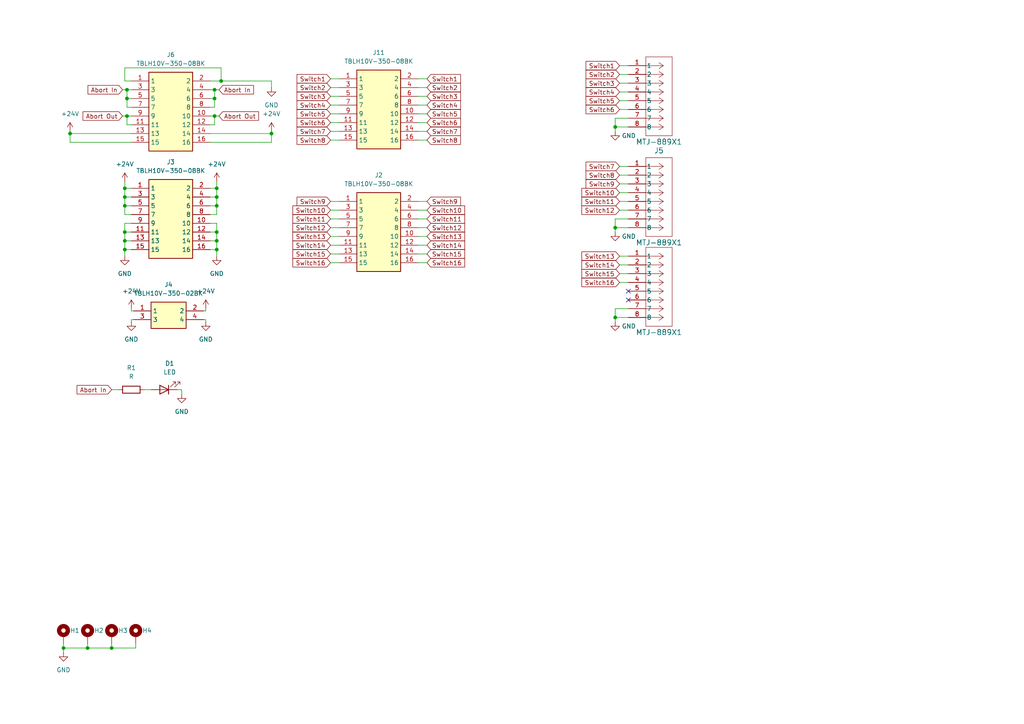
<source format=kicad_sch>
(kicad_sch (version 20230121) (generator eeschema)
  (paper "A4")
  (lib_symbols
    (symbol "Device:LED" (pin_numbers hide) (pin_names (offset 1.016) hide)
      (property "Reference" "D" (at 0 2.54 0))
      (property "Value" "LED" (at 0 -2.54 0))
      (symbol "LED_0_1"
        (polyline (pts (xy -1.27 -1.27) (xy -1.27 1.27)) (stroke (width 0.254)))
        (polyline (pts (xy -1.27 0) (xy 1.27 0)))
        (polyline (pts (xy 1.27 -1.27) (xy 1.27 1.27) (xy -1.27 0) (xy 1.27 -1.27)) (stroke (width 0.254)))
        (polyline (pts (xy -3.048 -0.762) (xy -4.572 -2.286) (xy -3.81 -2.286) (xy -4.572 -2.286) (xy -4.572 -1.524)))
        (polyline (pts (xy -1.778 -0.762) (xy -3.302 -2.286) (xy -2.54 -2.286) (xy -3.302 -2.286) (xy -3.302 -1.524)))
      )
      (symbol "LED_1_1"
        (pin passive line (at -3.81 0 0) (length 2.54) (name "K") (number "1"))
        (pin passive line (at 3.81 0 180) (length 2.54) (name "A") (number "2"))
      )
    )
    (symbol "Device:R" (pin_numbers hide) (pin_names (offset 0))
      (property "Reference" "R" (at 2.032 0 90))
      (property "Value" "R" (at 0 0 90))
      (symbol "R_0_1"
        (rectangle (start -1.016 -2.54) (end 1.016 2.54) (stroke (width 0.254)))
      )
      (symbol "R_1_1"
        (pin passive line (at 0 3.81 270) (length 1.27) (name "~") (number "1"))
        (pin passive line (at 0 -3.81 90) (length 1.27) (name "~") (number "2"))
      )
    )
    (symbol "EthernetConn:MTJ-889X1" (pin_names (offset 0.254))
      (property "Reference" "J" (at 8.89 6.35 0))
      (property "Value" "MTJ-889X1" (at 0 0 0))
      (symbol "MTJ-889X1_1_1"
        (polyline (pts (xy 5.08 -20.32) (xy 12.7 -20.32)) (stroke (width 0.127)))
        (polyline (pts (xy 5.08 2.54) (xy 5.08 -20.32)) (stroke (width 0.127)))
        (polyline (pts (xy 10.16 -17.78) (xy 5.08 -17.78)) (stroke (width 0.127)))
        (polyline (pts (xy 10.16 -17.78) (xy 8.89 -18.6267)) (stroke (width 0.127)))
        (polyline (pts (xy 10.16 -17.78) (xy 8.89 -16.9333)) (stroke (width 0.127)))
        (polyline (pts (xy 10.16 -15.24) (xy 5.08 -15.24)) (stroke (width 0.127)))
        (polyline (pts (xy 10.16 -15.24) (xy 8.89 -16.0867)) (stroke (width 0.127)))
        (polyline (pts (xy 10.16 -15.24) (xy 8.89 -14.3933)) (stroke (width 0.127)))
        (polyline (pts (xy 10.16 -12.7) (xy 5.08 -12.7)) (stroke (width 0.127)))
        (polyline (pts (xy 10.16 -12.7) (xy 8.89 -13.5467)) (stroke (width 0.127)))
        (polyline (pts (xy 10.16 -12.7) (xy 8.89 -11.8533)) (stroke (width 0.127)))
        (polyline (pts (xy 10.16 -10.16) (xy 5.08 -10.16)) (stroke (width 0.127)))
        (polyline (pts (xy 10.16 -10.16) (xy 8.89 -11.0067)) (stroke (width 0.127)))
        (polyline (pts (xy 10.16 -10.16) (xy 8.89 -9.3133)) (stroke (width 0.127)))
        (polyline (pts (xy 10.16 -7.62) (xy 5.08 -7.62)) (stroke (width 0.127)))
        (polyline (pts (xy 10.16 -7.62) (xy 8.89 -8.4667)) (stroke (width 0.127)))
        (polyline (pts (xy 10.16 -7.62) (xy 8.89 -6.7733)) (stroke (width 0.127)))
        (polyline (pts (xy 10.16 -5.08) (xy 5.08 -5.08)) (stroke (width 0.127)))
        (polyline (pts (xy 10.16 -5.08) (xy 8.89 -5.9267)) (stroke (width 0.127)))
        (polyline (pts (xy 10.16 -5.08) (xy 8.89 -4.2333)) (stroke (width 0.127)))
        (polyline (pts (xy 10.16 -2.54) (xy 5.08 -2.54)) (stroke (width 0.127)))
        (polyline (pts (xy 10.16 -2.54) (xy 8.89 -3.3867)) (stroke (width 0.127)))
        (polyline (pts (xy 10.16 -2.54) (xy 8.89 -1.6933)) (stroke (width 0.127)))
        (polyline (pts (xy 10.16 0) (xy 5.08 0)) (stroke (width 0.127)))
        (polyline (pts (xy 10.16 0) (xy 8.89 -0.8467)) (stroke (width 0.127)))
        (polyline (pts (xy 10.16 0) (xy 8.89 0.8467)) (stroke (width 0.127)))
        (polyline (pts (xy 12.7 -20.32) (xy 12.7 2.54)) (stroke (width 0.127)))
        (polyline (pts (xy 12.7 2.54) (xy 5.08 2.54)) (stroke (width 0.127)))
        (pin unspecified line (at 0 0 0) (length 5.08) (name "1") (number "1"))
        (pin unspecified line (at 0 -2.54 0) (length 5.08) (name "2") (number "2"))
        (pin unspecified line (at 0 -5.08 0) (length 5.08) (name "3") (number "3"))
        (pin unspecified line (at 0 -7.62 0) (length 5.08) (name "4") (number "4"))
        (pin unspecified line (at 0 -10.16 0) (length 5.08) (name "5") (number "5"))
        (pin unspecified line (at 0 -12.7 0) (length 5.08) (name "6") (number "6"))
        (pin unspecified line (at 0 -15.24 0) (length 5.08) (name "7") (number "7"))
        (pin unspecified line (at 0 -17.78 0) (length 5.08) (name "8") (number "8"))
      )
      (symbol "MTJ-889X1_1_2"
        (polyline (pts (xy 5.08 -20.32) (xy 12.7 -20.32)) (stroke (width 0.127)))
        (polyline (pts (xy 5.08 2.54) (xy 5.08 -20.32)) (stroke (width 0.127)))
        (polyline (pts (xy 7.62 -17.78) (xy 5.08 -17.78)) (stroke (width 0.127)))
        (polyline (pts (xy 7.62 -17.78) (xy 8.89 -18.6267)) (stroke (width 0.127)))
        (polyline (pts (xy 7.62 -17.78) (xy 8.89 -16.9333)) (stroke (width 0.127)))
        (polyline (pts (xy 7.62 -15.24) (xy 5.08 -15.24)) (stroke (width 0.127)))
        (polyline (pts (xy 7.62 -15.24) (xy 8.89 -16.0867)) (stroke (width 0.127)))
        (polyline (pts (xy 7.62 -15.24) (xy 8.89 -14.3933)) (stroke (width 0.127)))
        (polyline (pts (xy 7.62 -12.7) (xy 5.08 -12.7)) (stroke (width 0.127)))
        (polyline (pts (xy 7.62 -12.7) (xy 8.89 -13.5467)) (stroke (width 0.127)))
        (polyline (pts (xy 7.62 -12.7) (xy 8.89 -11.8533)) (stroke (width 0.127)))
        (polyline (pts (xy 7.62 -10.16) (xy 5.08 -10.16)) (stroke (width 0.127)))
        (polyline (pts (xy 7.62 -10.16) (xy 8.89 -11.0067)) (stroke (width 0.127)))
        (polyline (pts (xy 7.62 -10.16) (xy 8.89 -9.3133)) (stroke (width 0.127)))
        (polyline (pts (xy 7.62 -7.62) (xy 5.08 -7.62)) (stroke (width 0.127)))
        (polyline (pts (xy 7.62 -7.62) (xy 8.89 -8.4667)) (stroke (width 0.127)))
        (polyline (pts (xy 7.62 -7.62) (xy 8.89 -6.7733)) (stroke (width 0.127)))
        (polyline (pts (xy 7.62 -5.08) (xy 5.08 -5.08)) (stroke (width 0.127)))
        (polyline (pts (xy 7.62 -5.08) (xy 8.89 -5.9267)) (stroke (width 0.127)))
        (polyline (pts (xy 7.62 -5.08) (xy 8.89 -4.2333)) (stroke (width 0.127)))
        (polyline (pts (xy 7.62 -2.54) (xy 5.08 -2.54)) (stroke (width 0.127)))
        (polyline (pts (xy 7.62 -2.54) (xy 8.89 -3.3867)) (stroke (width 0.127)))
        (polyline (pts (xy 7.62 -2.54) (xy 8.89 -1.6933)) (stroke (width 0.127)))
        (polyline (pts (xy 7.62 0) (xy 5.08 0)) (stroke (width 0.127)))
        (polyline (pts (xy 7.62 0) (xy 8.89 -0.8467)) (stroke (width 0.127)))
        (polyline (pts (xy 7.62 0) (xy 8.89 0.8467)) (stroke (width 0.127)))
        (polyline (pts (xy 12.7 -20.32) (xy 12.7 2.54)) (stroke (width 0.127)))
        (polyline (pts (xy 12.7 2.54) (xy 5.08 2.54)) (stroke (width 0.127)))
        (pin unspecified line (at 0 0 0) (length 5.08) (name "1") (number "1"))
        (pin unspecified line (at 0 -2.54 0) (length 5.08) (name "2") (number "2"))
        (pin unspecified line (at 0 -5.08 0) (length 5.08) (name "3") (number "3"))
        (pin unspecified line (at 0 -7.62 0) (length 5.08) (name "4") (number "4"))
        (pin unspecified line (at 0 -10.16 0) (length 5.08) (name "5") (number "5"))
        (pin unspecified line (at 0 -12.7 0) (length 5.08) (name "6") (number "6"))
        (pin unspecified line (at 0 -15.24 0) (length 5.08) (name "7") (number "7"))
        (pin unspecified line (at 0 -17.78 0) (length 5.08) (name "8") (number "8"))
      )
    )
    (symbol "Mechanical:MountingHole_Pad" (pin_numbers hide) (pin_names (offset 1.016) hide)
      (property "Reference" "H" (at 0 6.35 0))
      (property "Value" "MountingHole_Pad" (at 0 4.445 0))
      (symbol "MountingHole_Pad_0_1"
        (circle (center 0 1.27) (radius 1.27) (stroke (width 1.27)))
      )
      (symbol "MountingHole_Pad_1_1"
        (pin input line (at 0 -2.54 90) (length 2.54) (name "1") (number "1"))
      )
    )
    (symbol "TBLH10V-350-02BK:TBLH10V-350-02BK"
      (property "Reference" "J" (at 16.51 7.62 0))
      (property "Value" "TBLH10V-350-02BK" (at 16.51 5.08 0))
      (symbol "TBLH10V-350-02BK_1_1"
        (rectangle (start 5.08 2.54) (end 15.24 -5.08) (stroke (width 0.254)) (fill (type background)))
        (pin passive line (at 0 0 0) (length 5.08) (name "1") (number "1"))
        (pin passive line (at 20.32 0 180) (length 5.08) (name "2") (number "2"))
        (pin passive line (at 0 -2.54 0) (length 5.08) (name "3") (number "3"))
        (pin passive line (at 20.32 -2.54 180) (length 5.08) (name "4") (number "4"))
      )
    )
    (symbol "TBLH10V-350-08BK:TBLH10V-350-08BK"
      (property "Reference" "J" (at 19.05 7.62 0))
      (property "Value" "TBLH10V-350-08BK" (at 19.05 5.08 0))
      (symbol "TBLH10V-350-08BK_1_1"
        (rectangle (start 5.08 2.54) (end 17.78 -20.32) (stroke (width 0.254)) (fill (type background)))
        (pin passive line (at 0 0 0) (length 5.08) (name "1") (number "1"))
        (pin passive line (at 22.86 -10.16 180) (length 5.08) (name "10") (number "10"))
        (pin passive line (at 0 -12.7 0) (length 5.08) (name "11") (number "11"))
        (pin passive line (at 22.86 -12.7 180) (length 5.08) (name "12") (number "12"))
        (pin passive line (at 0 -15.24 0) (length 5.08) (name "13") (number "13"))
        (pin passive line (at 22.86 -15.24 180) (length 5.08) (name "14") (number "14"))
        (pin passive line (at 0 -17.78 0) (length 5.08) (name "15") (number "15"))
        (pin passive line (at 22.86 -17.78 180) (length 5.08) (name "16") (number "16"))
        (pin passive line (at 22.86 0 180) (length 5.08) (name "2") (number "2"))
        (pin passive line (at 0 -2.54 0) (length 5.08) (name "3") (number "3"))
        (pin passive line (at 22.86 -2.54 180) (length 5.08) (name "4") (number "4"))
        (pin passive line (at 0 -5.08 0) (length 5.08) (name "5") (number "5"))
        (pin passive line (at 22.86 -5.08 180) (length 5.08) (name "6") (number "6"))
        (pin passive line (at 0 -7.62 0) (length 5.08) (name "7") (number "7"))
        (pin passive line (at 22.86 -7.62 180) (length 5.08) (name "8") (number "8"))
        (pin passive line (at 0 -10.16 0) (length 5.08) (name "9") (number "9"))
      )
    )
    (symbol "power:+24V" (power) (pin_names (offset 0))
      (property "Value" "+24V" (at 0 3.556 0))
      (symbol "+24V_0_1"
        (polyline (pts (xy -0.762 1.27) (xy 0 2.54)))
        (polyline (pts (xy 0 0) (xy 0 2.54)))
        (polyline (pts (xy 0 2.54) (xy 0.762 1.27)))
      )
      (symbol "+24V_1_1"
        (pin power_in line (at 0 0 90) (length 0) hide (name "+24V") (number "1"))
      )
    )
    (symbol "power:GND" (power) (pin_names (offset 0))
      (property "Value" "GND" (at 0 -3.81 0))
      (symbol "GND_0_1"
        (polyline (pts (xy 0 0) (xy 0 -1.27) (xy 1.27 -1.27) (xy 0 -2.54) (xy -1.27 -1.27) (xy 0 -1.27)))
      )
      (symbol "GND_1_1"
        (pin power_in line (at 0 0 270) (length 0) hide (name "GND") (number "1"))
      )
    )
  )
  (junction (at 18.415 187.96))
  (junction (at 62.865 69.85))
  (junction (at 62.23 28.575))
  (junction (at 36.195 67.31))
  (junction (at 36.195 59.69))
  (junction (at 62.865 72.39))
  (junction (at 36.195 54.61))
  (junction (at 64.135 23.495))
  (junction (at 62.23 26.035))
  (junction (at 36.195 57.15))
  (junction (at 178.435 66.04))
  (junction (at 62.865 57.15))
  (junction (at 178.435 92.075))
  (junction (at 32.385 187.96))
  (junction (at 25.4 187.96))
  (junction (at 62.865 59.69))
  (junction (at 36.195 72.39))
  (junction (at 36.195 69.85))
  (junction (at 36.83 26.035))
  (junction (at 178.435 36.83))
  (junction (at 36.83 28.575))
  (junction (at 62.865 54.61))
  (junction (at 62.23 33.655))
  (junction (at 20.32 38.735))
  (junction (at 36.83 33.655))
  (junction (at 62.865 67.31))
  (junction (at 78.74 38.735))
  (no_connect (at 182.245 86.995))
  (no_connect (at 182.245 84.455))
  (wire (pts (xy 178.435 92.075) (xy 182.245 92.075)))
  (wire (pts (xy 95.885 60.96) (xy 98.425 60.96)))
  (wire (pts (xy 18.415 187.96) (xy 18.415 189.23)))
  (wire (pts (xy 95.885 63.5) (xy 98.425 63.5)))
  (wire (pts (xy 62.23 26.035) (xy 62.23 28.575)))
  (wire (pts (xy 64.135 19.685) (xy 64.135 23.495)))
  (wire (pts (xy 95.885 66.04) (xy 98.425 66.04)))
  (wire (pts (xy 59.69 90.17) (xy 59.055 90.17)))
  (wire (pts (xy 179.705 76.835) (xy 182.245 76.835)))
  (wire (pts (xy 36.195 54.61) (xy 38.1 54.61)))
  (wire (pts (xy 123.825 38.1) (xy 121.285 38.1)))
  (wire (pts (xy 123.825 66.04) (xy 121.285 66.04)))
  (wire (pts (xy 62.865 54.61) (xy 60.96 54.61)))
  (wire (pts (xy 36.195 57.15) (xy 38.1 57.15)))
  (wire (pts (xy 64.135 23.495) (xy 78.74 23.495)))
  (wire (pts (xy 62.865 64.77) (xy 62.865 67.31)))
  (wire (pts (xy 52.705 113.03) (xy 52.705 114.3)))
  (wire (pts (xy 18.415 186.69) (xy 18.415 187.96)))
  (wire (pts (xy 123.825 73.66) (xy 121.285 73.66)))
  (wire (pts (xy 123.825 71.12) (xy 121.285 71.12)))
  (wire (pts (xy 62.865 67.31) (xy 62.865 69.85)))
  (wire (pts (xy 178.435 92.075) (xy 178.435 93.345)))
  (wire (pts (xy 123.825 68.58) (xy 121.285 68.58)))
  (wire (pts (xy 95.885 58.42) (xy 98.425 58.42)))
  (wire (pts (xy 32.385 113.03) (xy 34.29 113.03)))
  (wire (pts (xy 179.705 55.88) (xy 182.245 55.88)))
  (wire (pts (xy 62.23 36.195) (xy 62.23 33.655)))
  (wire (pts (xy 36.195 19.685) (xy 64.135 19.685)))
  (wire (pts (xy 32.385 187.96) (xy 39.37 187.96)))
  (wire (pts (xy 95.885 73.66) (xy 98.425 73.66)))
  (wire (pts (xy 51.435 113.03) (xy 52.705 113.03)))
  (wire (pts (xy 179.705 24.13) (xy 182.245 24.13)))
  (wire (pts (xy 123.825 40.64) (xy 121.285 40.64)))
  (wire (pts (xy 179.705 53.34) (xy 182.245 53.34)))
  (wire (pts (xy 36.83 26.035) (xy 38.1 26.035)))
  (wire (pts (xy 95.885 30.48) (xy 98.425 30.48)))
  (wire (pts (xy 179.705 26.67) (xy 182.245 26.67)))
  (wire (pts (xy 179.705 81.915) (xy 182.245 81.915)))
  (wire (pts (xy 36.195 59.69) (xy 36.195 62.23)))
  (wire (pts (xy 178.435 34.29) (xy 178.435 36.83)))
  (wire (pts (xy 179.705 50.8) (xy 182.245 50.8)))
  (wire (pts (xy 78.74 41.275) (xy 78.74 38.735)))
  (wire (pts (xy 60.96 36.195) (xy 62.23 36.195)))
  (wire (pts (xy 178.435 36.83) (xy 178.435 38.1)))
  (wire (pts (xy 178.435 63.5) (xy 182.245 63.5)))
  (wire (pts (xy 59.69 89.535) (xy 59.69 90.17)))
  (wire (pts (xy 95.885 27.94) (xy 98.425 27.94)))
  (wire (pts (xy 178.435 66.04) (xy 182.245 66.04)))
  (wire (pts (xy 36.195 52.705) (xy 36.195 54.61)))
  (wire (pts (xy 95.885 76.2) (xy 98.425 76.2)))
  (wire (pts (xy 178.435 34.29) (xy 182.245 34.29)))
  (wire (pts (xy 20.32 38.735) (xy 20.32 38.1)))
  (wire (pts (xy 62.23 26.035) (xy 60.96 26.035)))
  (wire (pts (xy 38.1 41.275) (xy 20.32 41.275)))
  (wire (pts (xy 60.96 69.85) (xy 62.865 69.85)))
  (wire (pts (xy 60.96 72.39) (xy 62.865 72.39)))
  (wire (pts (xy 95.885 22.86) (xy 98.425 22.86)))
  (wire (pts (xy 36.195 23.495) (xy 36.195 19.685)))
  (wire (pts (xy 36.195 54.61) (xy 36.195 57.15)))
  (wire (pts (xy 39.37 186.69) (xy 39.37 187.96)))
  (wire (pts (xy 62.865 72.39) (xy 62.865 74.295)))
  (wire (pts (xy 36.83 36.195) (xy 38.1 36.195)))
  (wire (pts (xy 60.96 23.495) (xy 64.135 23.495)))
  (wire (pts (xy 60.96 41.275) (xy 78.74 41.275)))
  (wire (pts (xy 123.825 27.94) (xy 121.285 27.94)))
  (wire (pts (xy 179.705 58.42) (xy 182.245 58.42)))
  (wire (pts (xy 36.195 72.39) (xy 36.195 74.295)))
  (wire (pts (xy 38.1 28.575) (xy 36.83 28.575)))
  (wire (pts (xy 123.825 22.86) (xy 121.285 22.86)))
  (wire (pts (xy 36.195 69.85) (xy 36.195 72.39)))
  (wire (pts (xy 179.705 29.21) (xy 182.245 29.21)))
  (wire (pts (xy 62.865 59.69) (xy 62.865 62.23)))
  (wire (pts (xy 38.1 38.735) (xy 20.32 38.735)))
  (wire (pts (xy 60.96 62.23) (xy 62.865 62.23)))
  (wire (pts (xy 178.435 89.535) (xy 182.245 89.535)))
  (wire (pts (xy 179.705 31.75) (xy 182.245 31.75)))
  (wire (pts (xy 38.1 92.71) (xy 38.1 93.345)))
  (wire (pts (xy 179.705 21.59) (xy 182.245 21.59)))
  (wire (pts (xy 38.1 67.31) (xy 36.195 67.31)))
  (wire (pts (xy 60.96 64.77) (xy 62.865 64.77)))
  (wire (pts (xy 18.415 187.96) (xy 25.4 187.96)))
  (wire (pts (xy 95.885 71.12) (xy 98.425 71.12)))
  (wire (pts (xy 95.885 38.1) (xy 98.425 38.1)))
  (wire (pts (xy 60.96 31.115) (xy 62.23 31.115)))
  (wire (pts (xy 35.56 26.035) (xy 36.83 26.035)))
  (wire (pts (xy 123.825 63.5) (xy 121.285 63.5)))
  (wire (pts (xy 95.885 25.4) (xy 98.425 25.4)))
  (wire (pts (xy 60.96 38.735) (xy 78.74 38.735)))
  (wire (pts (xy 95.885 40.64) (xy 98.425 40.64)))
  (wire (pts (xy 178.435 36.83) (xy 182.245 36.83)))
  (wire (pts (xy 62.865 57.15) (xy 60.96 57.15)))
  (wire (pts (xy 123.825 35.56) (xy 121.285 35.56)))
  (wire (pts (xy 62.865 69.85) (xy 62.865 72.39)))
  (wire (pts (xy 38.1 62.23) (xy 36.195 62.23)))
  (wire (pts (xy 25.4 186.69) (xy 25.4 187.96)))
  (wire (pts (xy 123.825 33.02) (xy 121.285 33.02)))
  (wire (pts (xy 95.885 33.02) (xy 98.425 33.02)))
  (wire (pts (xy 123.825 76.2) (xy 121.285 76.2)))
  (wire (pts (xy 60.96 67.31) (xy 62.865 67.31)))
  (wire (pts (xy 38.1 31.115) (xy 36.83 31.115)))
  (wire (pts (xy 36.83 36.195) (xy 36.83 33.655)))
  (wire (pts (xy 62.865 52.705) (xy 62.865 54.61)))
  (wire (pts (xy 62.865 57.15) (xy 62.865 59.69)))
  (wire (pts (xy 179.705 19.05) (xy 182.245 19.05)))
  (wire (pts (xy 36.83 33.655) (xy 38.1 33.655)))
  (wire (pts (xy 179.705 74.295) (xy 182.245 74.295)))
  (wire (pts (xy 38.1 23.495) (xy 36.195 23.495)))
  (wire (pts (xy 35.56 33.655) (xy 36.83 33.655)))
  (wire (pts (xy 36.195 57.15) (xy 36.195 59.69)))
  (wire (pts (xy 78.74 23.495) (xy 78.74 25.4)))
  (wire (pts (xy 25.4 187.96) (xy 32.385 187.96)))
  (wire (pts (xy 62.23 33.655) (xy 63.5 33.655)))
  (wire (pts (xy 20.32 41.275) (xy 20.32 38.735)))
  (wire (pts (xy 95.885 68.58) (xy 98.425 68.58)))
  (wire (pts (xy 62.865 59.69) (xy 60.96 59.69)))
  (wire (pts (xy 178.435 66.04) (xy 178.435 67.31)))
  (wire (pts (xy 178.435 89.535) (xy 178.435 92.075)))
  (wire (pts (xy 59.055 92.71) (xy 59.69 92.71)))
  (wire (pts (xy 36.83 31.115) (xy 36.83 28.575)))
  (wire (pts (xy 123.825 30.48) (xy 121.285 30.48)))
  (wire (pts (xy 59.69 92.71) (xy 59.69 93.345)))
  (wire (pts (xy 123.825 58.42) (xy 121.285 58.42)))
  (wire (pts (xy 38.1 69.85) (xy 36.195 69.85)))
  (wire (pts (xy 38.1 64.77) (xy 36.195 64.77)))
  (wire (pts (xy 78.74 38.735) (xy 78.74 38.1)))
  (wire (pts (xy 60.96 33.655) (xy 62.23 33.655)))
  (wire (pts (xy 38.1 90.17) (xy 38.735 90.17)))
  (wire (pts (xy 63.5 26.035) (xy 62.23 26.035)))
  (wire (pts (xy 36.195 59.69) (xy 38.1 59.69)))
  (wire (pts (xy 43.815 113.03) (xy 41.91 113.03)))
  (wire (pts (xy 36.195 67.31) (xy 36.195 69.85)))
  (wire (pts (xy 123.825 60.96) (xy 121.285 60.96)))
  (wire (pts (xy 38.1 89.535) (xy 38.1 90.17)))
  (wire (pts (xy 123.825 25.4) (xy 121.285 25.4)))
  (wire (pts (xy 32.385 186.69) (xy 32.385 187.96)))
  (wire (pts (xy 95.885 35.56) (xy 98.425 35.56)))
  (wire (pts (xy 36.195 64.77) (xy 36.195 67.31)))
  (wire (pts (xy 179.705 79.375) (xy 182.245 79.375)))
  (wire (pts (xy 62.865 54.61) (xy 62.865 57.15)))
  (wire (pts (xy 60.96 28.575) (xy 62.23 28.575)))
  (wire (pts (xy 38.735 92.71) (xy 38.1 92.71)))
  (wire (pts (xy 179.705 48.26) (xy 182.245 48.26)))
  (wire (pts (xy 62.23 28.575) (xy 62.23 31.115)))
  (wire (pts (xy 38.1 72.39) (xy 36.195 72.39)))
  (wire (pts (xy 36.83 26.035) (xy 36.83 28.575)))
  (wire (pts (xy 179.705 60.96) (xy 182.245 60.96)))
  (wire (pts (xy 178.435 63.5) (xy 178.435 66.04)))
  (global_label "Switch9" (shape input) (at 123.825 58.42 0) (property "Intersheetrefs" "${INTERSHEET_REFS}" (effects hide)))
  (global_label "Switch16" (shape input) (at 179.705 81.915 180) (property "Intersheetrefs" "${INTERSHEET_REFS}" (effects hide)))
  (global_label "Switch14" (shape input) (at 95.885 71.12 180) (property "Intersheetrefs" "${INTERSHEET_REFS}" (effects hide)))
  (global_label "Switch13" (shape input) (at 123.825 68.58 0) (property "Intersheetrefs" "${INTERSHEET_REFS}" (effects hide)))
  (global_label "Switch15" (shape input) (at 123.825 73.66 0) (property "Intersheetrefs" "${INTERSHEET_REFS}" (effects hide)))
  (global_label "Switch11" (shape input) (at 123.825 63.5 0) (property "Intersheetrefs" "${INTERSHEET_REFS}" (effects hide)))
  (global_label "Switch8" (shape input) (at 179.705 50.8 180) (property "Intersheetrefs" "${INTERSHEET_REFS}" (effects hide)))
  (global_label "Switch1" (shape input) (at 179.705 19.05 180) (property "Intersheetrefs" "${INTERSHEET_REFS}" (effects hide)))
  (global_label "Switch1" (shape input) (at 123.825 22.86 0) (property "Intersheetrefs" "${INTERSHEET_REFS}" (effects hide)))
  (global_label "Switch7" (shape input) (at 179.705 48.26 180) (property "Intersheetrefs" "${INTERSHEET_REFS}" (effects hide)))
  (global_label "Switch4" (shape input) (at 123.825 30.48 0) (property "Intersheetrefs" "${INTERSHEET_REFS}" (effects hide)))
  (global_label "Switch1" (shape input) (at 95.885 22.86 180) (property "Intersheetrefs" "${INTERSHEET_REFS}" (effects hide)))
  (global_label "Switch2" (shape input) (at 95.885 25.4 180) (property "Intersheetrefs" "${INTERSHEET_REFS}" (effects hide)))
  (global_label "Switch3" (shape input) (at 123.825 27.94 0) (property "Intersheetrefs" "${INTERSHEET_REFS}" (effects hide)))
  (global_label "Switch6" (shape input) (at 179.705 31.75 180) (property "Intersheetrefs" "${INTERSHEET_REFS}" (effects hide)))
  (global_label "Switch11" (shape input) (at 95.885 63.5 180) (property "Intersheetrefs" "${INTERSHEET_REFS}" (effects hide)))
  (global_label "Switch15" (shape input) (at 95.885 73.66 180) (property "Intersheetrefs" "${INTERSHEET_REFS}" (effects hide)))
  (global_label "Switch6" (shape input) (at 123.825 35.56 0) (property "Intersheetrefs" "${INTERSHEET_REFS}" (effects hide)))
  (global_label "Switch15" (shape input) (at 179.705 79.375 180) (property "Intersheetrefs" "${INTERSHEET_REFS}" (effects hide)))
  (global_label "Switch9" (shape input) (at 95.885 58.42 180) (property "Intersheetrefs" "${INTERSHEET_REFS}" (effects hide)))
  (global_label "Switch16" (shape input) (at 123.825 76.2 0) (property "Intersheetrefs" "${INTERSHEET_REFS}" (effects hide)))
  (global_label "Switch10" (shape input) (at 179.705 55.88 180) (property "Intersheetrefs" "${INTERSHEET_REFS}" (effects hide)))
  (global_label "Switch5" (shape input) (at 179.705 29.21 180) (property "Intersheetrefs" "${INTERSHEET_REFS}" (effects hide)))
  (global_label "Abort Out" (shape input) (at 35.56 33.655 180) (property "Intersheetrefs" "${INTERSHEET_REFS}" (effects hide)))
  (global_label "Switch10" (shape input) (at 95.885 60.96 180) (property "Intersheetrefs" "${INTERSHEET_REFS}" (effects hide)))
  (global_label "Switch13" (shape input) (at 95.885 68.58 180) (property "Intersheetrefs" "${INTERSHEET_REFS}" (effects hide)))
  (global_label "Switch13" (shape input) (at 179.705 74.295 180) (property "Intersheetrefs" "${INTERSHEET_REFS}" (effects hide)))
  (global_label "Switch6" (shape input) (at 95.885 35.56 180) (property "Intersheetrefs" "${INTERSHEET_REFS}" (effects hide)))
  (global_label "Switch12" (shape input) (at 179.705 60.96 180) (property "Intersheetrefs" "${INTERSHEET_REFS}" (effects hide)))
  (global_label "Switch8" (shape input) (at 95.885 40.64 180) (property "Intersheetrefs" "${INTERSHEET_REFS}" (effects hide)))
  (global_label "Switch4" (shape input) (at 95.885 30.48 180) (property "Intersheetrefs" "${INTERSHEET_REFS}" (effects hide)))
  (global_label "Switch10" (shape input) (at 123.825 60.96 0) (property "Intersheetrefs" "${INTERSHEET_REFS}" (effects hide)))
  (global_label "Abort In" (shape input) (at 35.56 26.035 180) (property "Intersheetrefs" "${INTERSHEET_REFS}" (effects hide)))
  (global_label "Switch12" (shape input) (at 123.825 66.04 0) (property "Intersheetrefs" "${INTERSHEET_REFS}" (effects hide)))
  (global_label "Switch5" (shape input) (at 95.885 33.02 180) (property "Intersheetrefs" "${INTERSHEET_REFS}" (effects hide)))
  (global_label "Abort In" (shape input) (at 32.385 113.03 180) (property "Intersheetrefs" "${INTERSHEET_REFS}" (effects hide)))
  (global_label "Switch7" (shape input) (at 123.825 38.1 0) (property "Intersheetrefs" "${INTERSHEET_REFS}" (effects hide)))
  (global_label "Switch7" (shape input) (at 95.885 38.1 180) (property "Intersheetrefs" "${INTERSHEET_REFS}" (effects hide)))
  (global_label "Abort In" (shape input) (at 63.5 26.035 0) (property "Intersheetrefs" "${INTERSHEET_REFS}" (effects hide)))
  (global_label "Switch12" (shape input) (at 95.885 66.04 180) (property "Intersheetrefs" "${INTERSHEET_REFS}" (effects hide)))
  (global_label "Switch2" (shape input) (at 179.705 21.59 180) (property "Intersheetrefs" "${INTERSHEET_REFS}" (effects hide)))
  (global_label "Switch14" (shape input) (at 123.825 71.12 0) (property "Intersheetrefs" "${INTERSHEET_REFS}" (effects hide)))
  (global_label "Switch9" (shape input) (at 179.705 53.34 180) (property "Intersheetrefs" "${INTERSHEET_REFS}" (effects hide)))
  (global_label "Switch3" (shape input) (at 179.705 24.13 180) (property "Intersheetrefs" "${INTERSHEET_REFS}" (effects hide)))
  (global_label "Switch2" (shape input) (at 123.825 25.4 0) (property "Intersheetrefs" "${INTERSHEET_REFS}" (effects hide)))
  (global_label "Switch5" (shape input) (at 123.825 33.02 0) (property "Intersheetrefs" "${INTERSHEET_REFS}" (effects hide)))
  (global_label "Switch11" (shape input) (at 179.705 58.42 180) (property "Intersheetrefs" "${INTERSHEET_REFS}" (effects hide)))
  (global_label "Abort Out" (shape input) (at 63.5 33.655 0) (property "Intersheetrefs" "${INTERSHEET_REFS}" (effects hide)))
  (global_label "Switch4" (shape input) (at 179.705 26.67 180) (property "Intersheetrefs" "${INTERSHEET_REFS}" (effects hide)))
  (global_label "Switch16" (shape input) (at 95.885 76.2 180) (property "Intersheetrefs" "${INTERSHEET_REFS}" (effects hide)))
  (global_label "Switch3" (shape input) (at 95.885 27.94 180) (property "Intersheetrefs" "${INTERSHEET_REFS}" (effects hide)))
  (global_label "Switch8" (shape input) (at 123.825 40.64 0) (property "Intersheetrefs" "${INTERSHEET_REFS}" (effects hide)))
  (global_label "Switch14" (shape input) (at 179.705 76.835 180) (property "Intersheetrefs" "${INTERSHEET_REFS}" (effects hide)))
  (symbol (lib_id "TBLH10V-350-08BK:TBLH10V-350-08BK") (at 98.425 22.86 0) (unit 1)
    (property "Reference" "J11" (at 109.855 15.24 0))
    (property "Value" "TBLH10V-350-08BK" (at 109.855 17.78 0))
    (property "Footprint" "TBLH10V-350-08BK:RHDR16W80P550X350_2X8_2870X850X1420P" (effects hide))
    (property "Datasheet" "https://datasheet.datasheetarchive.com/originals/distributors/Datasheets_SAMA/62bf51551d5aebf1740722b2eb166d63.pdf" (effects hide))
    (property "Height" "14.2" (effects hide))
    (property "Mouser Part Number" "490-TBLH10V-350-08BK" (effects hide))
    (property "Mouser Price/Stock" "https://www.mouser.co.uk/ProductDetail/CUI-Devices/TBLH10V-350-08BK?qs=UXgszm6BlbG3AKcoQWgT3Q%3D%3D" (effects hide))
    (property "Manufacturer_Name" "CUI Devices" (effects hide))
    (property "Manufacturer_Part_Number" "TBLH10V-350-08BK" (effects hide))
  )
  (symbol (lib_id "power:+24V") (at 62.865 52.705 0) (unit 1)
    (property "Reference" "#PWR07" (effects hide))
    (property "Value" "+24V" (at 62.865 47.625 0))
  )
  (symbol (lib_id "power:+24V") (at 38.1 89.535 0) (mirror y) (unit 1)
    (property "Reference" "#PWR013" (effects hide))
    (property "Value" "+24V" (at 38.1 84.455 0))
  )
  (symbol (lib_id "power:GND") (at 178.435 93.345 0) (unit 1)
    (property "Reference" "#PWR01" (effects hide))
    (property "Value" "GND" (at 180.34 94.615 0) (effects (justify left)))
  )
  (symbol (lib_id "TBLH10V-350-08BK:TBLH10V-350-08BK") (at 38.1 23.495 0) (unit 1)
    (property "Reference" "J6" (at 49.53 15.875 0))
    (property "Value" "TBLH10V-350-08BK" (at 49.53 18.415 0))
    (property "Footprint" "TBLH10V-350-08BK:RHDR16W80P550X350_2X8_2870X850X1420P" (effects hide))
    (property "Datasheet" "https://datasheet.datasheetarchive.com/originals/distributors/Datasheets_SAMA/62bf51551d5aebf1740722b2eb166d63.pdf" (effects hide))
    (property "Height" "14.2" (effects hide))
    (property "Mouser Part Number" "490-TBLH10V-350-08BK" (effects hide))
    (property "Mouser Price/Stock" "https://www.mouser.co.uk/ProductDetail/CUI-Devices/TBLH10V-350-08BK?qs=UXgszm6BlbG3AKcoQWgT3Q%3D%3D" (effects hide))
    (property "Manufacturer_Name" "CUI Devices" (effects hide))
    (property "Manufacturer_Part_Number" "TBLH10V-350-08BK" (effects hide))
  )
  (symbol (lib_id "power:GND") (at 78.74 25.4 0) (unit 1)
    (property "Reference" "#PWR02" (effects hide))
    (property "Value" "GND" (at 78.74 30.48 0))
  )
  (symbol (lib_id "Mechanical:MountingHole_Pad") (at 25.4 184.15 0) (unit 1)
    (property "Reference" "H2" (at 27.305 182.88 0) (effects (justify left)))
    (property "Value" "MountingHole_Pad" (effects hide))
    (property "Footprint" "MountingHole:MountingHole_3.2mm_M3_Pad_TopBottom" (effects hide))
  )
  (symbol (lib_id "Device:R") (at 38.1 113.03 90) (unit 1)
    (property "Reference" "R1" (at 38.1 106.68 90))
    (property "Value" "R" (at 38.1 109.22 90))
    (property "Footprint" "Resistor_THT:R_Axial_DIN0207_L6.3mm_D2.5mm_P7.62mm_Horizontal" (effects hide))
  )
  (symbol (lib_id "power:GND") (at 18.415 189.23 0) (unit 1)
    (property "Reference" "#PWR06" (effects hide))
    (property "Value" "GND" (at 18.415 194.31 0))
  )
  (symbol (lib_id "power:+24V") (at 78.74 38.1 0) (unit 1)
    (property "Reference" "#PWR04" (effects hide))
    (property "Value" "+24V" (at 78.74 33.02 0))
  )
  (symbol (lib_id "Mechanical:MountingHole_Pad") (at 18.415 184.15 0) (unit 1)
    (property "Reference" "H1" (at 20.32 182.88 0) (effects (justify left)))
    (property "Value" "MountingHole_Pad" (effects hide))
    (property "Footprint" "MountingHole:MountingHole_3.2mm_M3_Pad_TopBottom" (effects hide))
  )
  (symbol (lib_id "power:GND") (at 52.705 114.3 0) (unit 1)
    (property "Reference" "#PWR016" (effects hide))
    (property "Value" "GND" (at 52.705 119.38 0))
  )
  (symbol (lib_id "power:+24V") (at 20.32 38.1 0) (mirror y) (unit 1)
    (property "Reference" "#PWR08" (effects hide))
    (property "Value" "+24V" (at 20.32 33.02 0))
  )
  (symbol (lib_id "EthernetConn:MTJ-889X1") (at 182.245 74.295 0) (unit 1)
    (property "Reference" "J8" (effects hide))
    (property "Value" "MTJ-889X1" (at 191.135 96.393 0) (effects (font (size 1.524 1.524))))
    (property "Footprint" "EthernetConn:CONN_MTJ-889X1_ADM" (effects hide))
    (property "Datasheet" "MTJ-889X1" (effects hide))
  )
  (symbol (lib_id "Mechanical:MountingHole_Pad") (at 32.385 184.15 0) (unit 1)
    (property "Reference" "H3" (at 34.29 182.88 0) (effects (justify left)))
    (property "Value" "MountingHole_Pad" (effects hide))
    (property "Footprint" "MountingHole:MountingHole_3.2mm_M3_Pad_TopBottom" (effects hide))
  )
  (symbol (lib_id "Mechanical:MountingHole_Pad") (at 39.37 184.15 0) (unit 1)
    (property "Reference" "H4" (at 41.275 182.88 0) (effects (justify left)))
    (property "Value" "MountingHole_Pad" (effects hide))
    (property "Footprint" "MountingHole:MountingHole_3.2mm_M3_Pad_TopBottom" (effects hide))
  )
  (symbol (lib_id "TBLH10V-350-02BK:TBLH10V-350-02BK") (at 38.735 90.17 0) (unit 1)
    (property "Reference" "J4" (at 48.895 82.55 0))
    (property "Value" "TBLH10V-350-02BK" (at 48.895 85.09 0))
    (property "Footprint" "TBLH10V-350-02BK:RHDR4W80P550X350_2X2_770X850X1420P" (effects hide))
    (property "Datasheet" "https://datasheet.datasheetarchive.com/originals/distributors/Datasheets_SAMA/62bf51551d5aebf1740722b2eb166d63.pdf" (effects hide))
    (property "Height" "14.2" (effects hide))
    (property "Mouser Part Number" "490-TBLH10V-350-02BK" (effects hide))
    (property "Mouser Price/Stock" "https://www.mouser.co.uk/ProductDetail/CUI-Devices/TBLH10V-350-02BK?qs=UXgszm6BlbHhb3E%252BatV8QQ%3D%3D" (effects hide))
    (property "Manufacturer_Name" "CUI Devices" (effects hide))
    (property "Manufacturer_Part_Number" "TBLH10V-350-02BK" (effects hide))
  )
  (symbol (lib_id "power:GND") (at 178.435 67.31 0) (unit 1)
    (property "Reference" "#PWR03" (effects hide))
    (property "Value" "GND" (at 180.34 68.58 0) (effects (justify left)))
  )
  (symbol (lib_id "power:GND") (at 38.1 93.345 0) (mirror y) (unit 1)
    (property "Reference" "#PWR011" (effects hide))
    (property "Value" "GND" (at 38.1 98.425 0))
  )
  (symbol (lib_id "power:GND") (at 62.865 74.295 0) (unit 1)
    (property "Reference" "#PWR09" (effects hide))
    (property "Value" "GND" (at 62.865 79.375 0))
  )
  (symbol (lib_id "power:+24V") (at 59.69 89.535 0) (unit 1)
    (property "Reference" "#PWR014" (effects hide))
    (property "Value" "+24V" (at 59.69 84.455 0))
  )
  (symbol (lib_id "power:+24V") (at 36.195 52.705 0) (mirror y) (unit 1)
    (property "Reference" "#PWR05" (effects hide))
    (property "Value" "+24V" (at 36.195 47.625 0))
  )
  (symbol (lib_id "power:GND") (at 36.195 74.295 0) (mirror y) (unit 1)
    (property "Reference" "#PWR010" (effects hide))
    (property "Value" "GND" (at 36.195 79.375 0))
  )
  (symbol (lib_id "Device:LED") (at 47.625 113.03 180) (unit 1)
    (property "Reference" "D1" (at 49.2125 105.41 0))
    (property "Value" "LED" (at 49.2125 107.95 0))
    (property "Footprint" "LED_THT:LED_D3.0mm" (effects hide))
  )
  (symbol (lib_id "power:GND") (at 178.435 38.1 0) (unit 1)
    (property "Reference" "#PWR015" (effects hide))
    (property "Value" "GND" (at 180.34 39.37 0) (effects (justify left)))
  )
  (symbol (lib_id "TBLH10V-350-08BK:TBLH10V-350-08BK") (at 98.425 58.42 0) (unit 1)
    (property "Reference" "J2" (at 109.855 50.8 0))
    (property "Value" "TBLH10V-350-08BK" (at 109.855 53.34 0))
    (property "Footprint" "TBLH10V-350-08BK:RHDR16W80P550X350_2X8_2870X850X1420P" (effects hide))
    (property "Datasheet" "https://datasheet.datasheetarchive.com/originals/distributors/Datasheets_SAMA/62bf51551d5aebf1740722b2eb166d63.pdf" (effects hide))
    (property "Height" "14.2" (effects hide))
    (property "Mouser Part Number" "490-TBLH10V-350-08BK" (effects hide))
    (property "Mouser Price/Stock" "https://www.mouser.co.uk/ProductDetail/CUI-Devices/TBLH10V-350-08BK?qs=UXgszm6BlbG3AKcoQWgT3Q%3D%3D" (effects hide))
    (property "Manufacturer_Name" "CUI Devices" (effects hide))
    (property "Manufacturer_Part_Number" "TBLH10V-350-08BK" (effects hide))
  )
  (symbol (lib_id "TBLH10V-350-08BK:TBLH10V-350-08BK") (at 38.1 54.61 0) (unit 1)
    (property "Reference" "J3" (at 49.53 46.99 0))
    (property "Value" "TBLH10V-350-08BK" (at 49.53 49.53 0))
    (property "Footprint" "TBLH10V-350-08BK:RHDR16W80P550X350_2X8_2870X850X1420P" (effects hide))
    (property "Datasheet" "https://datasheet.datasheetarchive.com/originals/distributors/Datasheets_SAMA/62bf51551d5aebf1740722b2eb166d63.pdf" (effects hide))
    (property "Height" "14.2" (effects hide))
    (property "Mouser Part Number" "490-TBLH10V-350-08BK" (effects hide))
    (property "Mouser Price/Stock" "https://www.mouser.co.uk/ProductDetail/CUI-Devices/TBLH10V-350-08BK?qs=UXgszm6BlbG3AKcoQWgT3Q%3D%3D" (effects hide))
    (property "Manufacturer_Name" "CUI Devices" (effects hide))
    (property "Manufacturer_Part_Number" "TBLH10V-350-08BK" (effects hide))
  )
  (symbol (lib_id "power:GND") (at 59.69 93.345 0) (unit 1)
    (property "Reference" "#PWR012" (effects hide))
    (property "Value" "GND" (at 59.69 98.425 0))
  )
  (symbol (lib_id "EthernetConn:MTJ-889X1") (at 182.245 19.05 0) (unit 1)
    (property "Reference" "J5" (at 191.135 43.688 0) (effects (font (size 1.524 1.524))))
    (property "Value" "MTJ-889X1" (at 191.135 41.148 0) (effects (font (size 1.524 1.524))))
    (property "Footprint" "EthernetConn:CONN_MTJ-889X1_ADM" (effects hide))
    (property "Datasheet" "MTJ-889X1" (effects hide))
  )
  (symbol (lib_id "EthernetConn:MTJ-889X1") (at 182.245 48.26 0) (unit 1)
    (property "Reference" "J1" (effects hide))
    (property "Value" "MTJ-889X1" (at 191.135 70.358 0) (effects (font (size 1.524 1.524))))
    (property "Footprint" "EthernetConn:CONN_MTJ-889X1_ADM" (effects hide))
    (property "Datasheet" "MTJ-889X1" (effects hide))
  )
)
</source>
